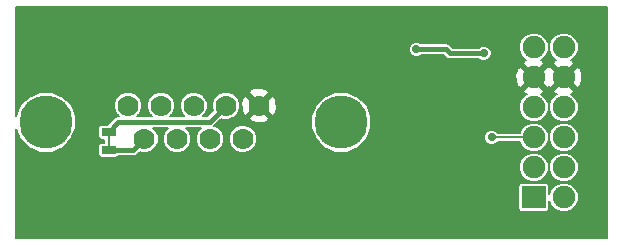
<source format=gbl>
G04 #@! TF.FileFunction,Copper,L2,Bot,Signal*
%FSLAX46Y46*%
G04 Gerber Fmt 4.6, Leading zero omitted, Abs format (unit mm)*
G04 Created by KiCad (PCBNEW 4.0.2+dfsg1-stable) date ven. 30 juin 2017 17:47:39 CEST*
%MOMM*%
G01*
G04 APERTURE LIST*
%ADD10C,0.100000*%
%ADD11C,1.778000*%
%ADD12C,4.500000*%
%ADD13R,1.143000X0.635000*%
%ADD14R,2.000000X1.900000*%
%ADD15C,1.900000*%
%ADD16C,0.711200*%
%ADD17C,0.406400*%
%ADD18C,0.250000*%
%ADD19C,0.203200*%
%ADD20C,0.200000*%
G04 APERTURE END LIST*
D10*
D11*
X132966200Y-103580000D03*
X135736200Y-103580000D03*
X138506200Y-103580000D03*
X141276200Y-103580000D03*
X144046200Y-103580000D03*
X134351200Y-106420000D03*
X137121200Y-106420000D03*
X139891200Y-106420000D03*
X142661200Y-106420000D03*
D12*
X126011200Y-105000000D03*
X151001200Y-105000000D03*
D13*
X131305300Y-107353100D03*
X131305300Y-105829100D03*
D14*
X167309800Y-111350000D03*
D15*
X167309800Y-108810000D03*
X167309800Y-106270000D03*
X167309800Y-103730000D03*
X167309800Y-101190000D03*
X167309800Y-98650000D03*
X169849800Y-111350000D03*
X169849800Y-108810000D03*
X169849800Y-106270000D03*
X169849800Y-103730000D03*
X169849800Y-101190000D03*
X169849800Y-98650000D03*
D16*
X164414200Y-101752400D03*
X154774900Y-100139500D03*
X155689300Y-111506000D03*
X163499800Y-109956600D03*
X158292800Y-100406200D03*
X163741100Y-106273600D03*
X157378400Y-98806000D03*
X163080700Y-99161600D03*
D17*
X167309800Y-101190000D02*
X167300700Y-101190000D01*
X167300700Y-101190000D02*
X166243000Y-102247700D01*
X164909500Y-102247700D02*
X164414200Y-101752400D01*
X166243000Y-102247700D02*
X164909500Y-102247700D01*
X167309800Y-101190000D02*
X167313400Y-101190000D01*
X167313400Y-101190000D02*
X168579800Y-99923600D01*
X169846200Y-101190000D02*
X168579800Y-99923600D01*
X169849800Y-101190000D02*
X169846200Y-101190000D01*
X163499800Y-109956600D02*
X163499800Y-107340400D01*
X162941000Y-103225600D02*
X164414200Y-101752400D01*
X162941000Y-106781600D02*
X162941000Y-103225600D01*
X163499800Y-107340400D02*
X162941000Y-106781600D01*
X164414200Y-101752400D02*
X163068000Y-100406200D01*
X163068000Y-100406200D02*
X158292800Y-100406200D01*
X167309800Y-101190000D02*
X167306200Y-101193600D01*
D18*
X158292800Y-100406200D02*
X156756100Y-100406200D01*
X156489400Y-100139500D02*
X154774900Y-100139500D01*
X156489400Y-100139500D02*
X156756100Y-100406200D01*
X145759500Y-101866700D02*
X153047700Y-101866700D01*
X145759500Y-101866700D02*
X144046200Y-103580000D01*
X153047700Y-101866700D02*
X154774900Y-100139500D01*
D17*
X155689300Y-111506000D02*
X161950400Y-111506000D01*
X161950400Y-111506000D02*
X163499800Y-109956600D01*
D19*
X167306200Y-106273600D02*
X163741100Y-106273600D01*
X167306200Y-106273600D02*
X167309800Y-106270000D01*
D17*
X157378400Y-98806000D02*
X159867600Y-98806000D01*
X160223200Y-99161600D02*
X159867600Y-98806000D01*
X163080700Y-99161600D02*
X160223200Y-99161600D01*
D19*
X131305300Y-107353100D02*
X131305300Y-105829100D01*
D17*
X131305300Y-105829100D02*
X132143500Y-104990900D01*
X132143500Y-104990900D02*
X139865300Y-104990900D01*
X139865300Y-104990900D02*
X141276200Y-103580000D01*
X134351200Y-106420000D02*
X133418100Y-107353100D01*
X133418100Y-107353100D02*
X131305300Y-107353100D01*
D20*
G36*
X173525000Y-114785000D02*
X123475000Y-114785000D01*
X123475000Y-110400000D01*
X166003923Y-110400000D01*
X166003923Y-112300000D01*
X166024842Y-112411173D01*
X166090545Y-112513279D01*
X166190797Y-112581778D01*
X166309800Y-112605877D01*
X168309800Y-112605877D01*
X168420973Y-112584958D01*
X168523079Y-112519255D01*
X168591578Y-112419003D01*
X168615677Y-112300000D01*
X168615677Y-111636500D01*
X168789484Y-112057143D01*
X169140807Y-112409081D01*
X169600069Y-112599783D01*
X170097350Y-112600217D01*
X170556943Y-112410316D01*
X170908881Y-112058993D01*
X171099583Y-111599731D01*
X171100017Y-111102450D01*
X170910116Y-110642857D01*
X170558793Y-110290919D01*
X170099531Y-110100217D01*
X169602250Y-110099783D01*
X169142657Y-110289684D01*
X168790719Y-110641007D01*
X168615677Y-111062555D01*
X168615677Y-110400000D01*
X168594758Y-110288827D01*
X168529055Y-110186721D01*
X168428803Y-110118222D01*
X168309800Y-110094123D01*
X166309800Y-110094123D01*
X166198627Y-110115042D01*
X166096521Y-110180745D01*
X166028022Y-110280997D01*
X166003923Y-110400000D01*
X123475000Y-110400000D01*
X123475000Y-109057550D01*
X166059583Y-109057550D01*
X166249484Y-109517143D01*
X166600807Y-109869081D01*
X167060069Y-110059783D01*
X167557350Y-110060217D01*
X168016943Y-109870316D01*
X168368881Y-109518993D01*
X168559583Y-109059731D01*
X168559584Y-109057550D01*
X168599583Y-109057550D01*
X168789484Y-109517143D01*
X169140807Y-109869081D01*
X169600069Y-110059783D01*
X170097350Y-110060217D01*
X170556943Y-109870316D01*
X170908881Y-109518993D01*
X171099583Y-109059731D01*
X171100017Y-108562450D01*
X170910116Y-108102857D01*
X170558793Y-107750919D01*
X170099531Y-107560217D01*
X169602250Y-107559783D01*
X169142657Y-107749684D01*
X168790719Y-108101007D01*
X168600017Y-108560269D01*
X168599583Y-109057550D01*
X168559584Y-109057550D01*
X168560017Y-108562450D01*
X168370116Y-108102857D01*
X168018793Y-107750919D01*
X167559531Y-107560217D01*
X167062250Y-107559783D01*
X166602657Y-107749684D01*
X166250719Y-108101007D01*
X166060017Y-108560269D01*
X166059583Y-109057550D01*
X123475000Y-109057550D01*
X123475000Y-105539467D01*
X123848155Y-106442572D01*
X124564855Y-107160524D01*
X125501748Y-107549556D01*
X126516201Y-107550441D01*
X127453772Y-107163045D01*
X128171724Y-106446345D01*
X128559864Y-105511600D01*
X130427923Y-105511600D01*
X130427923Y-106146600D01*
X130448842Y-106257773D01*
X130514545Y-106359879D01*
X130614797Y-106428378D01*
X130733800Y-106452477D01*
X130903700Y-106452477D01*
X130903700Y-106729723D01*
X130733800Y-106729723D01*
X130622627Y-106750642D01*
X130520521Y-106816345D01*
X130452022Y-106916597D01*
X130427923Y-107035600D01*
X130427923Y-107670600D01*
X130448842Y-107781773D01*
X130514545Y-107883879D01*
X130614797Y-107952378D01*
X130733800Y-107976477D01*
X131876800Y-107976477D01*
X131987973Y-107955558D01*
X132090079Y-107889855D01*
X132113006Y-107856300D01*
X133418100Y-107856300D01*
X133610666Y-107817996D01*
X133773916Y-107708916D01*
X133944344Y-107538488D01*
X134113656Y-107608793D01*
X134586669Y-107609206D01*
X135023835Y-107428573D01*
X135358597Y-107094394D01*
X135539993Y-106657544D01*
X135540406Y-106184531D01*
X135359773Y-105747365D01*
X135106949Y-105494100D01*
X136365748Y-105494100D01*
X136113803Y-105745606D01*
X135932407Y-106182456D01*
X135931994Y-106655469D01*
X136112627Y-107092635D01*
X136446806Y-107427397D01*
X136883656Y-107608793D01*
X137356669Y-107609206D01*
X137793835Y-107428573D01*
X138128597Y-107094394D01*
X138309993Y-106657544D01*
X138310406Y-106184531D01*
X138129773Y-105747365D01*
X137876949Y-105494100D01*
X139135748Y-105494100D01*
X138883803Y-105745606D01*
X138702407Y-106182456D01*
X138701994Y-106655469D01*
X138882627Y-107092635D01*
X139216806Y-107427397D01*
X139653656Y-107608793D01*
X140126669Y-107609206D01*
X140563835Y-107428573D01*
X140898597Y-107094394D01*
X141079993Y-106657544D01*
X141079994Y-106655469D01*
X141471994Y-106655469D01*
X141652627Y-107092635D01*
X141986806Y-107427397D01*
X142423656Y-107608793D01*
X142896669Y-107609206D01*
X143333835Y-107428573D01*
X143668597Y-107094394D01*
X143849993Y-106657544D01*
X143850406Y-106184531D01*
X143669773Y-105747365D01*
X143427832Y-105505001D01*
X148450759Y-105505001D01*
X148838155Y-106442572D01*
X149554855Y-107160524D01*
X150491748Y-107549556D01*
X151506201Y-107550441D01*
X152443772Y-107163045D01*
X153161724Y-106446345D01*
X153179541Y-106403435D01*
X163085386Y-106403435D01*
X163184985Y-106644482D01*
X163369248Y-106829067D01*
X163610121Y-106929086D01*
X163870935Y-106929314D01*
X164111982Y-106829715D01*
X164266767Y-106675200D01*
X166124723Y-106675200D01*
X166249484Y-106977143D01*
X166600807Y-107329081D01*
X167060069Y-107519783D01*
X167557350Y-107520217D01*
X168016943Y-107330316D01*
X168368881Y-106978993D01*
X168559583Y-106519731D01*
X168559584Y-106517550D01*
X168599583Y-106517550D01*
X168789484Y-106977143D01*
X169140807Y-107329081D01*
X169600069Y-107519783D01*
X170097350Y-107520217D01*
X170556943Y-107330316D01*
X170908881Y-106978993D01*
X171099583Y-106519731D01*
X171100017Y-106022450D01*
X170910116Y-105562857D01*
X170558793Y-105210919D01*
X170099531Y-105020217D01*
X169602250Y-105019783D01*
X169142657Y-105209684D01*
X168790719Y-105561007D01*
X168600017Y-106020269D01*
X168599583Y-106517550D01*
X168559584Y-106517550D01*
X168560017Y-106022450D01*
X168370116Y-105562857D01*
X168018793Y-105210919D01*
X167559531Y-105020217D01*
X167062250Y-105019783D01*
X166602657Y-105209684D01*
X166250719Y-105561007D01*
X166121584Y-105872000D01*
X164266551Y-105872000D01*
X164112952Y-105718133D01*
X163872079Y-105618114D01*
X163611265Y-105617886D01*
X163370218Y-105717485D01*
X163185633Y-105901748D01*
X163085614Y-106142621D01*
X163085386Y-106403435D01*
X153179541Y-106403435D01*
X153550756Y-105509452D01*
X153551641Y-104494999D01*
X153337836Y-103977550D01*
X166059583Y-103977550D01*
X166249484Y-104437143D01*
X166600807Y-104789081D01*
X167060069Y-104979783D01*
X167557350Y-104980217D01*
X168016943Y-104790316D01*
X168368881Y-104438993D01*
X168559583Y-103979731D01*
X168559584Y-103977550D01*
X168599583Y-103977550D01*
X168789484Y-104437143D01*
X169140807Y-104789081D01*
X169600069Y-104979783D01*
X170097350Y-104980217D01*
X170556943Y-104790316D01*
X170908881Y-104438993D01*
X171099583Y-103979731D01*
X171100017Y-103482450D01*
X170910116Y-103022857D01*
X170558793Y-102670919D01*
X170472401Y-102635046D01*
X170654524Y-102559608D01*
X170750827Y-102308815D01*
X169849800Y-101407789D01*
X168948773Y-102308815D01*
X169045076Y-102559608D01*
X169242661Y-102628363D01*
X169142657Y-102669684D01*
X168790719Y-103021007D01*
X168600017Y-103480269D01*
X168599583Y-103977550D01*
X168559584Y-103977550D01*
X168560017Y-103482450D01*
X168370116Y-103022857D01*
X168018793Y-102670919D01*
X167932401Y-102635046D01*
X168114524Y-102559608D01*
X168210827Y-102308815D01*
X167309800Y-101407789D01*
X166408773Y-102308815D01*
X166505076Y-102559608D01*
X166702661Y-102628363D01*
X166602657Y-102669684D01*
X166250719Y-103021007D01*
X166060017Y-103480269D01*
X166059583Y-103977550D01*
X153337836Y-103977550D01*
X153164245Y-103557428D01*
X152447545Y-102839476D01*
X151510652Y-102450444D01*
X150496199Y-102449559D01*
X149558628Y-102836955D01*
X148840676Y-103553655D01*
X148451644Y-104490548D01*
X148450759Y-105505001D01*
X143427832Y-105505001D01*
X143335594Y-105412603D01*
X142898744Y-105231207D01*
X142425731Y-105230794D01*
X141988565Y-105411427D01*
X141653803Y-105745606D01*
X141472407Y-106182456D01*
X141471994Y-106655469D01*
X141079994Y-106655469D01*
X141080406Y-106184531D01*
X140899773Y-105747365D01*
X140565594Y-105412603D01*
X140275632Y-105292200D01*
X140869344Y-104698488D01*
X141038656Y-104768793D01*
X141511669Y-104769206D01*
X141789107Y-104654571D01*
X143189418Y-104654571D01*
X143278214Y-104899043D01*
X143841449Y-105092532D01*
X144435856Y-105055752D01*
X144814186Y-104899043D01*
X144902982Y-104654571D01*
X144046200Y-103797789D01*
X143189418Y-104654571D01*
X141789107Y-104654571D01*
X141948835Y-104588573D01*
X142283597Y-104254394D01*
X142464993Y-103817544D01*
X142465379Y-103375249D01*
X142533668Y-103375249D01*
X142570448Y-103969656D01*
X142727157Y-104347986D01*
X142971629Y-104436782D01*
X143828411Y-103580000D01*
X144263989Y-103580000D01*
X145120771Y-104436782D01*
X145365243Y-104347986D01*
X145558732Y-103784751D01*
X145521952Y-103190344D01*
X145365243Y-102812014D01*
X145120771Y-102723218D01*
X144263989Y-103580000D01*
X143828411Y-103580000D01*
X142971629Y-102723218D01*
X142727157Y-102812014D01*
X142533668Y-103375249D01*
X142465379Y-103375249D01*
X142465406Y-103344531D01*
X142284773Y-102907365D01*
X141950594Y-102572603D01*
X141788822Y-102505429D01*
X143189418Y-102505429D01*
X144046200Y-103362211D01*
X144902982Y-102505429D01*
X144814186Y-102260957D01*
X144250951Y-102067468D01*
X143656544Y-102104248D01*
X143278214Y-102260957D01*
X143189418Y-102505429D01*
X141788822Y-102505429D01*
X141513744Y-102391207D01*
X141040731Y-102390794D01*
X140603565Y-102571427D01*
X140268803Y-102905606D01*
X140087407Y-103342456D01*
X140086994Y-103815469D01*
X140157781Y-103986787D01*
X139656868Y-104487700D01*
X139279884Y-104487700D01*
X139513597Y-104254394D01*
X139694993Y-103817544D01*
X139695406Y-103344531D01*
X139514773Y-102907365D01*
X139180594Y-102572603D01*
X138743744Y-102391207D01*
X138270731Y-102390794D01*
X137833565Y-102571427D01*
X137498803Y-102905606D01*
X137317407Y-103342456D01*
X137316994Y-103815469D01*
X137497627Y-104252635D01*
X137732283Y-104487700D01*
X136509884Y-104487700D01*
X136743597Y-104254394D01*
X136924993Y-103817544D01*
X136925406Y-103344531D01*
X136744773Y-102907365D01*
X136410594Y-102572603D01*
X135973744Y-102391207D01*
X135500731Y-102390794D01*
X135063565Y-102571427D01*
X134728803Y-102905606D01*
X134547407Y-103342456D01*
X134546994Y-103815469D01*
X134727627Y-104252635D01*
X134962283Y-104487700D01*
X133739884Y-104487700D01*
X133973597Y-104254394D01*
X134154993Y-103817544D01*
X134155406Y-103344531D01*
X133974773Y-102907365D01*
X133640594Y-102572603D01*
X133203744Y-102391207D01*
X132730731Y-102390794D01*
X132293565Y-102571427D01*
X131958803Y-102905606D01*
X131777407Y-103342456D01*
X131776994Y-103815469D01*
X131957627Y-104252635D01*
X132192283Y-104487700D01*
X132143500Y-104487700D01*
X131950934Y-104526004D01*
X131787684Y-104635084D01*
X131217045Y-105205723D01*
X130733800Y-105205723D01*
X130622627Y-105226642D01*
X130520521Y-105292345D01*
X130452022Y-105392597D01*
X130427923Y-105511600D01*
X128559864Y-105511600D01*
X128560756Y-105509452D01*
X128561641Y-104494999D01*
X128174245Y-103557428D01*
X127457545Y-102839476D01*
X126520652Y-102450444D01*
X125506199Y-102449559D01*
X124568628Y-102836955D01*
X123850676Y-103553655D01*
X123475000Y-104458383D01*
X123475000Y-100970658D01*
X165736492Y-100970658D01*
X165772314Y-101589433D01*
X165940192Y-101994724D01*
X166190985Y-102091027D01*
X167092011Y-101190000D01*
X167527589Y-101190000D01*
X168428615Y-102091027D01*
X168579800Y-102032973D01*
X168730985Y-102091027D01*
X169632011Y-101190000D01*
X170067589Y-101190000D01*
X170968615Y-102091027D01*
X171219408Y-101994724D01*
X171423108Y-101409342D01*
X171387286Y-100790567D01*
X171219408Y-100385276D01*
X170968615Y-100288973D01*
X170067589Y-101190000D01*
X169632011Y-101190000D01*
X168730985Y-100288973D01*
X168579800Y-100347027D01*
X168428615Y-100288973D01*
X167527589Y-101190000D01*
X167092011Y-101190000D01*
X166190985Y-100288973D01*
X165940192Y-100385276D01*
X165736492Y-100970658D01*
X123475000Y-100970658D01*
X123475000Y-98935835D01*
X156722686Y-98935835D01*
X156822285Y-99176882D01*
X157006548Y-99361467D01*
X157247421Y-99461486D01*
X157508235Y-99461714D01*
X157749282Y-99362115D01*
X157802289Y-99309200D01*
X159659168Y-99309200D01*
X159867384Y-99517416D01*
X160030633Y-99626496D01*
X160223200Y-99664800D01*
X162656672Y-99664800D01*
X162708848Y-99717067D01*
X162949721Y-99817086D01*
X163210535Y-99817314D01*
X163451582Y-99717715D01*
X163636167Y-99533452D01*
X163736186Y-99292579D01*
X163736414Y-99031765D01*
X163680958Y-98897550D01*
X166059583Y-98897550D01*
X166249484Y-99357143D01*
X166600807Y-99709081D01*
X166687199Y-99744954D01*
X166505076Y-99820392D01*
X166408773Y-100071185D01*
X167309800Y-100972211D01*
X168210827Y-100071185D01*
X168114524Y-99820392D01*
X167916939Y-99751637D01*
X168016943Y-99710316D01*
X168368881Y-99358993D01*
X168559583Y-98899731D01*
X168559584Y-98897550D01*
X168599583Y-98897550D01*
X168789484Y-99357143D01*
X169140807Y-99709081D01*
X169227199Y-99744954D01*
X169045076Y-99820392D01*
X168948773Y-100071185D01*
X169849800Y-100972211D01*
X170750827Y-100071185D01*
X170654524Y-99820392D01*
X170456939Y-99751637D01*
X170556943Y-99710316D01*
X170908881Y-99358993D01*
X171099583Y-98899731D01*
X171100017Y-98402450D01*
X170910116Y-97942857D01*
X170558793Y-97590919D01*
X170099531Y-97400217D01*
X169602250Y-97399783D01*
X169142657Y-97589684D01*
X168790719Y-97941007D01*
X168600017Y-98400269D01*
X168599583Y-98897550D01*
X168559584Y-98897550D01*
X168560017Y-98402450D01*
X168370116Y-97942857D01*
X168018793Y-97590919D01*
X167559531Y-97400217D01*
X167062250Y-97399783D01*
X166602657Y-97589684D01*
X166250719Y-97941007D01*
X166060017Y-98400269D01*
X166059583Y-98897550D01*
X163680958Y-98897550D01*
X163636815Y-98790718D01*
X163452552Y-98606133D01*
X163211679Y-98506114D01*
X162950865Y-98505886D01*
X162709818Y-98605485D01*
X162656811Y-98658400D01*
X160431632Y-98658400D01*
X160223416Y-98450184D01*
X160060166Y-98341104D01*
X159867600Y-98302800D01*
X157802428Y-98302800D01*
X157750252Y-98250533D01*
X157509379Y-98150514D01*
X157248565Y-98150286D01*
X157007518Y-98249885D01*
X156822933Y-98434148D01*
X156722914Y-98675021D01*
X156722686Y-98935835D01*
X123475000Y-98935835D01*
X123475000Y-95215000D01*
X173525000Y-95215000D01*
X173525000Y-114785000D01*
X173525000Y-114785000D01*
G37*
X173525000Y-114785000D02*
X123475000Y-114785000D01*
X123475000Y-110400000D01*
X166003923Y-110400000D01*
X166003923Y-112300000D01*
X166024842Y-112411173D01*
X166090545Y-112513279D01*
X166190797Y-112581778D01*
X166309800Y-112605877D01*
X168309800Y-112605877D01*
X168420973Y-112584958D01*
X168523079Y-112519255D01*
X168591578Y-112419003D01*
X168615677Y-112300000D01*
X168615677Y-111636500D01*
X168789484Y-112057143D01*
X169140807Y-112409081D01*
X169600069Y-112599783D01*
X170097350Y-112600217D01*
X170556943Y-112410316D01*
X170908881Y-112058993D01*
X171099583Y-111599731D01*
X171100017Y-111102450D01*
X170910116Y-110642857D01*
X170558793Y-110290919D01*
X170099531Y-110100217D01*
X169602250Y-110099783D01*
X169142657Y-110289684D01*
X168790719Y-110641007D01*
X168615677Y-111062555D01*
X168615677Y-110400000D01*
X168594758Y-110288827D01*
X168529055Y-110186721D01*
X168428803Y-110118222D01*
X168309800Y-110094123D01*
X166309800Y-110094123D01*
X166198627Y-110115042D01*
X166096521Y-110180745D01*
X166028022Y-110280997D01*
X166003923Y-110400000D01*
X123475000Y-110400000D01*
X123475000Y-109057550D01*
X166059583Y-109057550D01*
X166249484Y-109517143D01*
X166600807Y-109869081D01*
X167060069Y-110059783D01*
X167557350Y-110060217D01*
X168016943Y-109870316D01*
X168368881Y-109518993D01*
X168559583Y-109059731D01*
X168559584Y-109057550D01*
X168599583Y-109057550D01*
X168789484Y-109517143D01*
X169140807Y-109869081D01*
X169600069Y-110059783D01*
X170097350Y-110060217D01*
X170556943Y-109870316D01*
X170908881Y-109518993D01*
X171099583Y-109059731D01*
X171100017Y-108562450D01*
X170910116Y-108102857D01*
X170558793Y-107750919D01*
X170099531Y-107560217D01*
X169602250Y-107559783D01*
X169142657Y-107749684D01*
X168790719Y-108101007D01*
X168600017Y-108560269D01*
X168599583Y-109057550D01*
X168559584Y-109057550D01*
X168560017Y-108562450D01*
X168370116Y-108102857D01*
X168018793Y-107750919D01*
X167559531Y-107560217D01*
X167062250Y-107559783D01*
X166602657Y-107749684D01*
X166250719Y-108101007D01*
X166060017Y-108560269D01*
X166059583Y-109057550D01*
X123475000Y-109057550D01*
X123475000Y-105539467D01*
X123848155Y-106442572D01*
X124564855Y-107160524D01*
X125501748Y-107549556D01*
X126516201Y-107550441D01*
X127453772Y-107163045D01*
X128171724Y-106446345D01*
X128559864Y-105511600D01*
X130427923Y-105511600D01*
X130427923Y-106146600D01*
X130448842Y-106257773D01*
X130514545Y-106359879D01*
X130614797Y-106428378D01*
X130733800Y-106452477D01*
X130903700Y-106452477D01*
X130903700Y-106729723D01*
X130733800Y-106729723D01*
X130622627Y-106750642D01*
X130520521Y-106816345D01*
X130452022Y-106916597D01*
X130427923Y-107035600D01*
X130427923Y-107670600D01*
X130448842Y-107781773D01*
X130514545Y-107883879D01*
X130614797Y-107952378D01*
X130733800Y-107976477D01*
X131876800Y-107976477D01*
X131987973Y-107955558D01*
X132090079Y-107889855D01*
X132113006Y-107856300D01*
X133418100Y-107856300D01*
X133610666Y-107817996D01*
X133773916Y-107708916D01*
X133944344Y-107538488D01*
X134113656Y-107608793D01*
X134586669Y-107609206D01*
X135023835Y-107428573D01*
X135358597Y-107094394D01*
X135539993Y-106657544D01*
X135540406Y-106184531D01*
X135359773Y-105747365D01*
X135106949Y-105494100D01*
X136365748Y-105494100D01*
X136113803Y-105745606D01*
X135932407Y-106182456D01*
X135931994Y-106655469D01*
X136112627Y-107092635D01*
X136446806Y-107427397D01*
X136883656Y-107608793D01*
X137356669Y-107609206D01*
X137793835Y-107428573D01*
X138128597Y-107094394D01*
X138309993Y-106657544D01*
X138310406Y-106184531D01*
X138129773Y-105747365D01*
X137876949Y-105494100D01*
X139135748Y-105494100D01*
X138883803Y-105745606D01*
X138702407Y-106182456D01*
X138701994Y-106655469D01*
X138882627Y-107092635D01*
X139216806Y-107427397D01*
X139653656Y-107608793D01*
X140126669Y-107609206D01*
X140563835Y-107428573D01*
X140898597Y-107094394D01*
X141079993Y-106657544D01*
X141079994Y-106655469D01*
X141471994Y-106655469D01*
X141652627Y-107092635D01*
X141986806Y-107427397D01*
X142423656Y-107608793D01*
X142896669Y-107609206D01*
X143333835Y-107428573D01*
X143668597Y-107094394D01*
X143849993Y-106657544D01*
X143850406Y-106184531D01*
X143669773Y-105747365D01*
X143427832Y-105505001D01*
X148450759Y-105505001D01*
X148838155Y-106442572D01*
X149554855Y-107160524D01*
X150491748Y-107549556D01*
X151506201Y-107550441D01*
X152443772Y-107163045D01*
X153161724Y-106446345D01*
X153179541Y-106403435D01*
X163085386Y-106403435D01*
X163184985Y-106644482D01*
X163369248Y-106829067D01*
X163610121Y-106929086D01*
X163870935Y-106929314D01*
X164111982Y-106829715D01*
X164266767Y-106675200D01*
X166124723Y-106675200D01*
X166249484Y-106977143D01*
X166600807Y-107329081D01*
X167060069Y-107519783D01*
X167557350Y-107520217D01*
X168016943Y-107330316D01*
X168368881Y-106978993D01*
X168559583Y-106519731D01*
X168559584Y-106517550D01*
X168599583Y-106517550D01*
X168789484Y-106977143D01*
X169140807Y-107329081D01*
X169600069Y-107519783D01*
X170097350Y-107520217D01*
X170556943Y-107330316D01*
X170908881Y-106978993D01*
X171099583Y-106519731D01*
X171100017Y-106022450D01*
X170910116Y-105562857D01*
X170558793Y-105210919D01*
X170099531Y-105020217D01*
X169602250Y-105019783D01*
X169142657Y-105209684D01*
X168790719Y-105561007D01*
X168600017Y-106020269D01*
X168599583Y-106517550D01*
X168559584Y-106517550D01*
X168560017Y-106022450D01*
X168370116Y-105562857D01*
X168018793Y-105210919D01*
X167559531Y-105020217D01*
X167062250Y-105019783D01*
X166602657Y-105209684D01*
X166250719Y-105561007D01*
X166121584Y-105872000D01*
X164266551Y-105872000D01*
X164112952Y-105718133D01*
X163872079Y-105618114D01*
X163611265Y-105617886D01*
X163370218Y-105717485D01*
X163185633Y-105901748D01*
X163085614Y-106142621D01*
X163085386Y-106403435D01*
X153179541Y-106403435D01*
X153550756Y-105509452D01*
X153551641Y-104494999D01*
X153337836Y-103977550D01*
X166059583Y-103977550D01*
X166249484Y-104437143D01*
X166600807Y-104789081D01*
X167060069Y-104979783D01*
X167557350Y-104980217D01*
X168016943Y-104790316D01*
X168368881Y-104438993D01*
X168559583Y-103979731D01*
X168559584Y-103977550D01*
X168599583Y-103977550D01*
X168789484Y-104437143D01*
X169140807Y-104789081D01*
X169600069Y-104979783D01*
X170097350Y-104980217D01*
X170556943Y-104790316D01*
X170908881Y-104438993D01*
X171099583Y-103979731D01*
X171100017Y-103482450D01*
X170910116Y-103022857D01*
X170558793Y-102670919D01*
X170472401Y-102635046D01*
X170654524Y-102559608D01*
X170750827Y-102308815D01*
X169849800Y-101407789D01*
X168948773Y-102308815D01*
X169045076Y-102559608D01*
X169242661Y-102628363D01*
X169142657Y-102669684D01*
X168790719Y-103021007D01*
X168600017Y-103480269D01*
X168599583Y-103977550D01*
X168559584Y-103977550D01*
X168560017Y-103482450D01*
X168370116Y-103022857D01*
X168018793Y-102670919D01*
X167932401Y-102635046D01*
X168114524Y-102559608D01*
X168210827Y-102308815D01*
X167309800Y-101407789D01*
X166408773Y-102308815D01*
X166505076Y-102559608D01*
X166702661Y-102628363D01*
X166602657Y-102669684D01*
X166250719Y-103021007D01*
X166060017Y-103480269D01*
X166059583Y-103977550D01*
X153337836Y-103977550D01*
X153164245Y-103557428D01*
X152447545Y-102839476D01*
X151510652Y-102450444D01*
X150496199Y-102449559D01*
X149558628Y-102836955D01*
X148840676Y-103553655D01*
X148451644Y-104490548D01*
X148450759Y-105505001D01*
X143427832Y-105505001D01*
X143335594Y-105412603D01*
X142898744Y-105231207D01*
X142425731Y-105230794D01*
X141988565Y-105411427D01*
X141653803Y-105745606D01*
X141472407Y-106182456D01*
X141471994Y-106655469D01*
X141079994Y-106655469D01*
X141080406Y-106184531D01*
X140899773Y-105747365D01*
X140565594Y-105412603D01*
X140275632Y-105292200D01*
X140869344Y-104698488D01*
X141038656Y-104768793D01*
X141511669Y-104769206D01*
X141789107Y-104654571D01*
X143189418Y-104654571D01*
X143278214Y-104899043D01*
X143841449Y-105092532D01*
X144435856Y-105055752D01*
X144814186Y-104899043D01*
X144902982Y-104654571D01*
X144046200Y-103797789D01*
X143189418Y-104654571D01*
X141789107Y-104654571D01*
X141948835Y-104588573D01*
X142283597Y-104254394D01*
X142464993Y-103817544D01*
X142465379Y-103375249D01*
X142533668Y-103375249D01*
X142570448Y-103969656D01*
X142727157Y-104347986D01*
X142971629Y-104436782D01*
X143828411Y-103580000D01*
X144263989Y-103580000D01*
X145120771Y-104436782D01*
X145365243Y-104347986D01*
X145558732Y-103784751D01*
X145521952Y-103190344D01*
X145365243Y-102812014D01*
X145120771Y-102723218D01*
X144263989Y-103580000D01*
X143828411Y-103580000D01*
X142971629Y-102723218D01*
X142727157Y-102812014D01*
X142533668Y-103375249D01*
X142465379Y-103375249D01*
X142465406Y-103344531D01*
X142284773Y-102907365D01*
X141950594Y-102572603D01*
X141788822Y-102505429D01*
X143189418Y-102505429D01*
X144046200Y-103362211D01*
X144902982Y-102505429D01*
X144814186Y-102260957D01*
X144250951Y-102067468D01*
X143656544Y-102104248D01*
X143278214Y-102260957D01*
X143189418Y-102505429D01*
X141788822Y-102505429D01*
X141513744Y-102391207D01*
X141040731Y-102390794D01*
X140603565Y-102571427D01*
X140268803Y-102905606D01*
X140087407Y-103342456D01*
X140086994Y-103815469D01*
X140157781Y-103986787D01*
X139656868Y-104487700D01*
X139279884Y-104487700D01*
X139513597Y-104254394D01*
X139694993Y-103817544D01*
X139695406Y-103344531D01*
X139514773Y-102907365D01*
X139180594Y-102572603D01*
X138743744Y-102391207D01*
X138270731Y-102390794D01*
X137833565Y-102571427D01*
X137498803Y-102905606D01*
X137317407Y-103342456D01*
X137316994Y-103815469D01*
X137497627Y-104252635D01*
X137732283Y-104487700D01*
X136509884Y-104487700D01*
X136743597Y-104254394D01*
X136924993Y-103817544D01*
X136925406Y-103344531D01*
X136744773Y-102907365D01*
X136410594Y-102572603D01*
X135973744Y-102391207D01*
X135500731Y-102390794D01*
X135063565Y-102571427D01*
X134728803Y-102905606D01*
X134547407Y-103342456D01*
X134546994Y-103815469D01*
X134727627Y-104252635D01*
X134962283Y-104487700D01*
X133739884Y-104487700D01*
X133973597Y-104254394D01*
X134154993Y-103817544D01*
X134155406Y-103344531D01*
X133974773Y-102907365D01*
X133640594Y-102572603D01*
X133203744Y-102391207D01*
X132730731Y-102390794D01*
X132293565Y-102571427D01*
X131958803Y-102905606D01*
X131777407Y-103342456D01*
X131776994Y-103815469D01*
X131957627Y-104252635D01*
X132192283Y-104487700D01*
X132143500Y-104487700D01*
X131950934Y-104526004D01*
X131787684Y-104635084D01*
X131217045Y-105205723D01*
X130733800Y-105205723D01*
X130622627Y-105226642D01*
X130520521Y-105292345D01*
X130452022Y-105392597D01*
X130427923Y-105511600D01*
X128559864Y-105511600D01*
X128560756Y-105509452D01*
X128561641Y-104494999D01*
X128174245Y-103557428D01*
X127457545Y-102839476D01*
X126520652Y-102450444D01*
X125506199Y-102449559D01*
X124568628Y-102836955D01*
X123850676Y-103553655D01*
X123475000Y-104458383D01*
X123475000Y-100970658D01*
X165736492Y-100970658D01*
X165772314Y-101589433D01*
X165940192Y-101994724D01*
X166190985Y-102091027D01*
X167092011Y-101190000D01*
X167527589Y-101190000D01*
X168428615Y-102091027D01*
X168579800Y-102032973D01*
X168730985Y-102091027D01*
X169632011Y-101190000D01*
X170067589Y-101190000D01*
X170968615Y-102091027D01*
X171219408Y-101994724D01*
X171423108Y-101409342D01*
X171387286Y-100790567D01*
X171219408Y-100385276D01*
X170968615Y-100288973D01*
X170067589Y-101190000D01*
X169632011Y-101190000D01*
X168730985Y-100288973D01*
X168579800Y-100347027D01*
X168428615Y-100288973D01*
X167527589Y-101190000D01*
X167092011Y-101190000D01*
X166190985Y-100288973D01*
X165940192Y-100385276D01*
X165736492Y-100970658D01*
X123475000Y-100970658D01*
X123475000Y-98935835D01*
X156722686Y-98935835D01*
X156822285Y-99176882D01*
X157006548Y-99361467D01*
X157247421Y-99461486D01*
X157508235Y-99461714D01*
X157749282Y-99362115D01*
X157802289Y-99309200D01*
X159659168Y-99309200D01*
X159867384Y-99517416D01*
X160030633Y-99626496D01*
X160223200Y-99664800D01*
X162656672Y-99664800D01*
X162708848Y-99717067D01*
X162949721Y-99817086D01*
X163210535Y-99817314D01*
X163451582Y-99717715D01*
X163636167Y-99533452D01*
X163736186Y-99292579D01*
X163736414Y-99031765D01*
X163680958Y-98897550D01*
X166059583Y-98897550D01*
X166249484Y-99357143D01*
X166600807Y-99709081D01*
X166687199Y-99744954D01*
X166505076Y-99820392D01*
X166408773Y-100071185D01*
X167309800Y-100972211D01*
X168210827Y-100071185D01*
X168114524Y-99820392D01*
X167916939Y-99751637D01*
X168016943Y-99710316D01*
X168368881Y-99358993D01*
X168559583Y-98899731D01*
X168559584Y-98897550D01*
X168599583Y-98897550D01*
X168789484Y-99357143D01*
X169140807Y-99709081D01*
X169227199Y-99744954D01*
X169045076Y-99820392D01*
X168948773Y-100071185D01*
X169849800Y-100972211D01*
X170750827Y-100071185D01*
X170654524Y-99820392D01*
X170456939Y-99751637D01*
X170556943Y-99710316D01*
X170908881Y-99358993D01*
X171099583Y-98899731D01*
X171100017Y-98402450D01*
X170910116Y-97942857D01*
X170558793Y-97590919D01*
X170099531Y-97400217D01*
X169602250Y-97399783D01*
X169142657Y-97589684D01*
X168790719Y-97941007D01*
X168600017Y-98400269D01*
X168599583Y-98897550D01*
X168559584Y-98897550D01*
X168560017Y-98402450D01*
X168370116Y-97942857D01*
X168018793Y-97590919D01*
X167559531Y-97400217D01*
X167062250Y-97399783D01*
X166602657Y-97589684D01*
X166250719Y-97941007D01*
X166060017Y-98400269D01*
X166059583Y-98897550D01*
X163680958Y-98897550D01*
X163636815Y-98790718D01*
X163452552Y-98606133D01*
X163211679Y-98506114D01*
X162950865Y-98505886D01*
X162709818Y-98605485D01*
X162656811Y-98658400D01*
X160431632Y-98658400D01*
X160223416Y-98450184D01*
X160060166Y-98341104D01*
X159867600Y-98302800D01*
X157802428Y-98302800D01*
X157750252Y-98250533D01*
X157509379Y-98150514D01*
X157248565Y-98150286D01*
X157007518Y-98249885D01*
X156822933Y-98434148D01*
X156722914Y-98675021D01*
X156722686Y-98935835D01*
X123475000Y-98935835D01*
X123475000Y-95215000D01*
X173525000Y-95215000D01*
X173525000Y-114785000D01*
M02*

</source>
